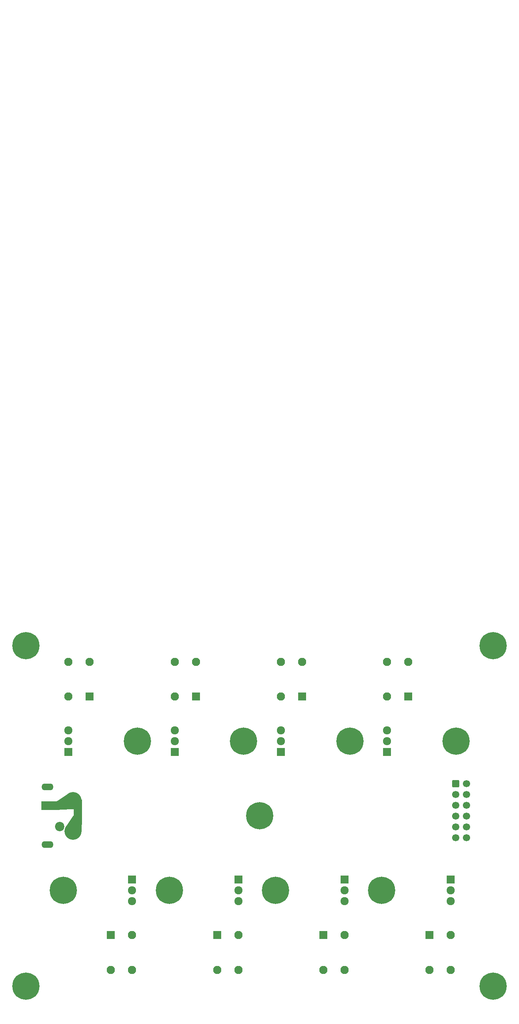
<source format=gbr>
G04 #@! TF.GenerationSoftware,KiCad,Pcbnew,(6.0.5)*
G04 #@! TF.CreationDate,2022-06-25T18:23:24-07:00*
G04 #@! TF.ProjectId,solid_state_relays_24v,736f6c69-645f-4737-9461-74655f72656c,0.0.6*
G04 #@! TF.SameCoordinates,Original*
G04 #@! TF.FileFunction,Soldermask,Bot*
G04 #@! TF.FilePolarity,Negative*
%FSLAX46Y46*%
G04 Gerber Fmt 4.6, Leading zero omitted, Abs format (unit mm)*
G04 Created by KiCad (PCBNEW (6.0.5)) date 2022-06-25 18:23:24*
%MOMM*%
%LPD*%
G01*
G04 APERTURE LIST*
G04 Aperture macros list*
%AMRoundRect*
0 Rectangle with rounded corners*
0 $1 Rounding radius*
0 $2 $3 $4 $5 $6 $7 $8 $9 X,Y pos of 4 corners*
0 Add a 4 corners polygon primitive as box body*
4,1,4,$2,$3,$4,$5,$6,$7,$8,$9,$2,$3,0*
0 Add four circle primitives for the rounded corners*
1,1,$1+$1,$2,$3*
1,1,$1+$1,$4,$5*
1,1,$1+$1,$6,$7*
1,1,$1+$1,$8,$9*
0 Add four rect primitives between the rounded corners*
20,1,$1+$1,$2,$3,$4,$5,0*
20,1,$1+$1,$4,$5,$6,$7,0*
20,1,$1+$1,$6,$7,$8,$9,0*
20,1,$1+$1,$8,$9,$2,$3,0*%
%AMFreePoly0*
4,1,49,2.135355,7.464855,2.150000,7.429500,2.150000,3.175000,2.148124,3.170471,2.148343,3.170047,2.149457,3.156966,2.153880,3.144602,1.999446,0.007822,2.000000,0.000000,1.996053,-0.125581,1.958446,-0.405575,1.881762,-0.677476,1.767531,-0.935860,1.618034,-1.175571,1.436253,-1.391826,1.225814,-1.580310,0.990917,-1.737263,0.736249,-1.859553,0.466891,-1.944740,0.188217,-1.991124,
-0.094213,-1.997780,-0.374763,-1.964575,-0.647835,-1.892171,-0.907981,-1.782013,-1.150011,-1.636299,-1.369094,-1.457937,-1.560861,-1.250485,-1.721484,-1.018083,-1.847759,-0.765367,-1.937166,-0.497380,-1.987922,-0.219469,-1.999013,0.062822,-1.970219,0.343858,-1.902113,0.618034,-1.796055,0.879878,-1.775958,0.914478,-1.775454,0.916957,-1.768707,0.926961,-1.654161,1.124167,-1.526461,1.286153,
0.066046,3.647457,0.079502,3.656364,0.091689,3.666934,0.167860,3.692324,0.167860,7.429500,0.182505,7.464855,0.217860,7.479500,2.100000,7.479500,2.135355,7.464855,2.135355,7.464855,$1*%
%AMFreePoly1*
4,1,47,-0.199145,7.464855,-0.184500,7.429500,-0.184500,3.805567,-0.165806,3.789025,-0.162929,3.783124,-0.157457,3.779494,1.488463,1.333474,1.488900,1.331313,1.520812,1.298896,1.688656,1.071654,1.822807,0.823029,1.920587,0.557982,1.980047,0.281802,2.000000,0.000000,1.996053,-0.125581,1.958446,-0.405575,1.881762,-0.677476,1.767531,-0.935860,1.618034,-1.175571,1.436253,-1.391826,
1.225814,-1.580310,0.990917,-1.737263,0.736249,-1.859553,0.466891,-1.944740,0.188217,-1.991124,-0.094213,-1.997780,-0.374763,-1.964575,-0.647835,-1.892171,-0.907981,-1.782013,-1.150011,-1.636299,-1.369094,-1.457937,-1.560861,-1.250485,-1.721484,-1.018083,-1.847759,-0.765367,-1.937166,-0.497380,-1.987922,-0.219469,-1.990619,-0.150827,-1.995069,-0.146434,-1.995127,-0.137495,-1.998942,-0.129411,
-2.157387,3.152662,-2.166640,3.175000,-2.166640,7.429500,-2.151995,7.464855,-2.116640,7.479500,-0.234500,7.479500,-0.199145,7.464855,-0.199145,7.464855,$1*%
G04 Aperture macros list end*
%ADD10C,0.800000*%
%ADD11C,6.400000*%
%ADD12R,1.950000X1.950000*%
%ADD13C,1.950000*%
%ADD14RoundRect,0.250000X-0.600000X-0.600000X0.600000X-0.600000X0.600000X0.600000X-0.600000X0.600000X0*%
%ADD15C,1.700000*%
%ADD16O,2.800000X1.600000*%
%ADD17FreePoly0,90.000000*%
%ADD18C,2.200000*%
%ADD19FreePoly1,90.000000*%
%ADD20R,1.920000X1.920000*%
%ADD21C,1.920000*%
G04 APERTURE END LIST*
D10*
G04 #@! TO.C,H1*
X53302944Y-53302944D03*
D11*
X55000000Y-55000000D03*
D10*
X57400000Y-55000000D03*
X53302944Y-56697056D03*
X56697056Y-53302944D03*
X55000000Y-52600000D03*
X52600000Y-55000000D03*
X55000000Y-57400000D03*
X56697056Y-56697056D03*
G04 #@! TD*
G04 #@! TO.C,H4*
X53302944Y-133302944D03*
X56697056Y-136697056D03*
X56697056Y-133302944D03*
X57400000Y-135000000D03*
X53302944Y-136697056D03*
X52600000Y-135000000D03*
X55000000Y-137400000D03*
X55000000Y-132600000D03*
D11*
X55000000Y-135000000D03*
G04 #@! TD*
G04 #@! TO.C,HQ2*
X106250000Y-77500000D03*
D10*
X107947056Y-75802944D03*
X107947056Y-79197056D03*
X106250000Y-75100000D03*
X103850000Y-77500000D03*
X104552944Y-79197056D03*
X108650000Y-77500000D03*
X106250000Y-79900000D03*
X104552944Y-75802944D03*
G04 #@! TD*
G04 #@! TO.C,H2*
X163302944Y-56697056D03*
X165000000Y-52600000D03*
D11*
X165000000Y-55000000D03*
D10*
X162600000Y-55000000D03*
X165000000Y-57400000D03*
X166697056Y-53302944D03*
X163302944Y-53302944D03*
X167400000Y-55000000D03*
X166697056Y-56697056D03*
G04 #@! TD*
G04 #@! TO.C,HQ1*
X81250000Y-75100000D03*
X78850000Y-77500000D03*
D11*
X81250000Y-77500000D03*
D10*
X79552944Y-75802944D03*
X82947056Y-79197056D03*
X83650000Y-77500000D03*
X81250000Y-79900000D03*
X82947056Y-75802944D03*
X79552944Y-79197056D03*
G04 #@! TD*
D12*
G04 #@! TO.C,J2*
X95000000Y-67000000D03*
D13*
X95000000Y-58800000D03*
X90000000Y-67000000D03*
X90000000Y-58800000D03*
G04 #@! TD*
D11*
G04 #@! TO.C,H3*
X165000000Y-135000000D03*
D10*
X166697056Y-133302944D03*
X167400000Y-135000000D03*
X166697056Y-136697056D03*
X165000000Y-132600000D03*
X162600000Y-135000000D03*
X165000000Y-137400000D03*
X163302944Y-136697056D03*
X163302944Y-133302944D03*
G04 #@! TD*
D12*
G04 #@! TO.C,J1*
X70000000Y-67000000D03*
D13*
X70000000Y-58800000D03*
X65000000Y-67000000D03*
X65000000Y-58800000D03*
G04 #@! TD*
D10*
G04 #@! TO.C,HQ7*
X91150000Y-112500000D03*
X88750000Y-110100000D03*
D11*
X88750000Y-112500000D03*
D10*
X90447056Y-114197056D03*
X87052944Y-114197056D03*
X87052944Y-110802944D03*
X86350000Y-112500000D03*
X90447056Y-110802944D03*
X88750000Y-114900000D03*
G04 #@! TD*
D12*
G04 #@! TO.C,J6*
X125000000Y-123000000D03*
D13*
X125000000Y-131200000D03*
X130000000Y-123000000D03*
X130000000Y-131200000D03*
G04 #@! TD*
D12*
G04 #@! TO.C,J4*
X145000000Y-67000000D03*
D13*
X145000000Y-58800000D03*
X140000000Y-67000000D03*
X140000000Y-58800000D03*
G04 #@! TD*
D12*
G04 #@! TO.C,J3*
X120000000Y-67000000D03*
D13*
X120000000Y-58800000D03*
X115000000Y-67000000D03*
X115000000Y-58800000D03*
G04 #@! TD*
D14*
G04 #@! TO.C,JCNTL1*
X156200000Y-87500000D03*
D15*
X158740000Y-87500000D03*
X156200000Y-90040000D03*
X158740000Y-90040000D03*
X156200000Y-92580000D03*
X158740000Y-92580000D03*
X156200000Y-95120000D03*
X158740000Y-95120000D03*
X156200000Y-97660000D03*
X158740000Y-97660000D03*
X156200000Y-100200000D03*
X158740000Y-100200000D03*
G04 #@! TD*
D10*
G04 #@! TO.C,HQ6*
X112052944Y-114197056D03*
X115447056Y-110802944D03*
X111350000Y-112500000D03*
D11*
X113750000Y-112500000D03*
D10*
X113750000Y-110100000D03*
X113750000Y-114900000D03*
X116150000Y-112500000D03*
X115447056Y-114197056D03*
X112052944Y-110802944D03*
G04 #@! TD*
G04 #@! TO.C,HQ8*
X65447056Y-110802944D03*
X65447056Y-114197056D03*
X63750000Y-114900000D03*
D11*
X63750000Y-112500000D03*
D10*
X61350000Y-112500000D03*
X62052944Y-114197056D03*
X66150000Y-112500000D03*
X62052944Y-110802944D03*
X63750000Y-110100000D03*
G04 #@! TD*
D12*
G04 #@! TO.C,J8*
X75000000Y-123000000D03*
D13*
X75000000Y-131200000D03*
X80000000Y-123000000D03*
X80000000Y-131200000D03*
G04 #@! TD*
D16*
G04 #@! TO.C,JPWR1*
X60100000Y-88250000D03*
X60100000Y-101750000D03*
D17*
X66100000Y-98600000D03*
D18*
X62925000Y-97540000D03*
D19*
X66100000Y-91400000D03*
D18*
X62925000Y-92460000D03*
G04 #@! TD*
D10*
G04 #@! TO.C,HC1*
X108302944Y-96697056D03*
X111697056Y-96697056D03*
X108302944Y-93302944D03*
D11*
X110000000Y-95000000D03*
D10*
X110000000Y-97400000D03*
X112400000Y-95000000D03*
X107600000Y-95000000D03*
X110000000Y-92600000D03*
X111697056Y-93302944D03*
G04 #@! TD*
D12*
G04 #@! TO.C,J7*
X100000000Y-123000000D03*
D13*
X100000000Y-131200000D03*
X105000000Y-123000000D03*
X105000000Y-131200000D03*
G04 #@! TD*
D12*
G04 #@! TO.C,J5*
X150000000Y-123000000D03*
D13*
X150000000Y-131200000D03*
X155000000Y-123000000D03*
X155000000Y-131200000D03*
G04 #@! TD*
D11*
G04 #@! TO.C,HQ5*
X138750000Y-112500000D03*
D10*
X137052944Y-114197056D03*
X141150000Y-112500000D03*
X136350000Y-112500000D03*
X140447056Y-110802944D03*
X138750000Y-114900000D03*
X140447056Y-114197056D03*
X137052944Y-110802944D03*
X138750000Y-110100000D03*
G04 #@! TD*
G04 #@! TO.C,HQ4*
X154552944Y-79197056D03*
X156250000Y-75100000D03*
D11*
X156250000Y-77500000D03*
D10*
X158650000Y-77500000D03*
X157947056Y-79197056D03*
X154552944Y-75802944D03*
X156250000Y-79900000D03*
X157947056Y-75802944D03*
X153850000Y-77500000D03*
G04 #@! TD*
G04 #@! TO.C,HQ3*
X131250000Y-75100000D03*
X129552944Y-79197056D03*
X132947056Y-79197056D03*
X129552944Y-75802944D03*
D11*
X131250000Y-77500000D03*
D10*
X128850000Y-77500000D03*
X133650000Y-77500000D03*
X132947056Y-75802944D03*
X131250000Y-79900000D03*
G04 #@! TD*
D20*
G04 #@! TO.C,Q5*
X155000000Y-110000000D03*
D21*
X155000000Y-112540000D03*
X155000000Y-115080000D03*
G04 #@! TD*
D20*
G04 #@! TO.C,Q4*
X140000000Y-80000000D03*
D21*
X140000000Y-77460000D03*
X140000000Y-74920000D03*
G04 #@! TD*
D20*
G04 #@! TO.C,Q1*
X65000000Y-80000000D03*
D21*
X65000000Y-77460000D03*
X65000000Y-74920000D03*
G04 #@! TD*
D20*
G04 #@! TO.C,Q8*
X80000000Y-110000000D03*
D21*
X80000000Y-112540000D03*
X80000000Y-115080000D03*
G04 #@! TD*
D20*
G04 #@! TO.C,Q2*
X90000000Y-80000000D03*
D21*
X90000000Y-77460000D03*
X90000000Y-74920000D03*
G04 #@! TD*
D20*
G04 #@! TO.C,Q3*
X115000000Y-80000000D03*
D21*
X115000000Y-77460000D03*
X115000000Y-74920000D03*
G04 #@! TD*
D20*
G04 #@! TO.C,Q6*
X130000000Y-110000000D03*
D21*
X130000000Y-112540000D03*
X130000000Y-115080000D03*
G04 #@! TD*
D20*
G04 #@! TO.C,Q7*
X105000000Y-110000000D03*
D21*
X105000000Y-112540000D03*
X105000000Y-115080000D03*
G04 #@! TD*
M02*

</source>
